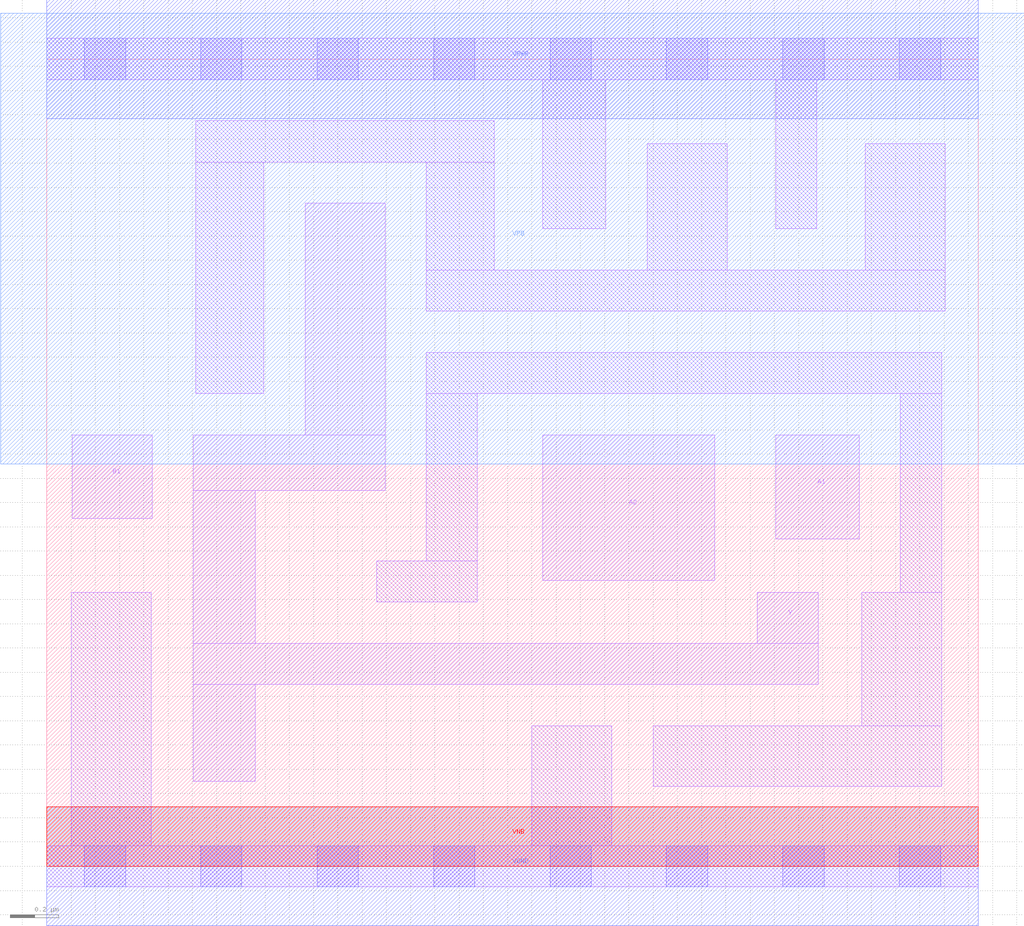
<source format=lef>
# Copyright 2020 The SkyWater PDK Authors
#
# Licensed under the Apache License, Version 2.0 (the "License");
# you may not use this file except in compliance with the License.
# You may obtain a copy of the License at
#
#     https://www.apache.org/licenses/LICENSE-2.0
#
# Unless required by applicable law or agreed to in writing, software
# distributed under the License is distributed on an "AS IS" BASIS,
# WITHOUT WARRANTIES OR CONDITIONS OF ANY KIND, either express or implied.
# See the License for the specific language governing permissions and
# limitations under the License.
#
# SPDX-License-Identifier: Apache-2.0

VERSION 5.7 ;
  NOWIREEXTENSIONATPIN ON ;
  DIVIDERCHAR "/" ;
  BUSBITCHARS "[]" ;
MACRO sky130_fd_sc_ms__a21oi_2
  CLASS CORE ;
  FOREIGN sky130_fd_sc_ms__a21oi_2 ;
  ORIGIN  0.000000  0.000000 ;
  SIZE  3.840000 BY  3.330000 ;
  SYMMETRY X Y ;
  SITE unit ;
  PIN A1
    ANTENNAGATEAREA  0.625200 ;
    DIRECTION INPUT ;
    USE SIGNAL ;
    PORT
      LAYER li1 ;
        RECT 3.005000 1.350000 3.350000 1.780000 ;
    END
  END A1
  PIN A2
    ANTENNAGATEAREA  0.625200 ;
    DIRECTION INPUT ;
    USE SIGNAL ;
    PORT
      LAYER li1 ;
        RECT 2.045000 1.180000 2.755000 1.780000 ;
    END
  END A2
  PIN B1
    ANTENNAGATEAREA  0.514200 ;
    DIRECTION INPUT ;
    USE SIGNAL ;
    PORT
      LAYER li1 ;
        RECT 0.105000 1.435000 0.435000 1.780000 ;
    END
  END B1
  PIN Y
    ANTENNADIFFAREA  0.705700 ;
    DIRECTION OUTPUT ;
    USE SIGNAL ;
    PORT
      LAYER li1 ;
        RECT 0.605000 0.350000 0.860000 0.750000 ;
        RECT 0.605000 0.750000 3.180000 0.920000 ;
        RECT 0.605000 0.920000 0.860000 1.550000 ;
        RECT 0.605000 1.550000 1.395000 1.780000 ;
        RECT 1.065000 1.780000 1.395000 2.735000 ;
        RECT 2.930000 0.920000 3.180000 1.130000 ;
    END
  END Y
  PIN VGND
    DIRECTION INOUT ;
    USE GROUND ;
    PORT
      LAYER met1 ;
        RECT 0.000000 -0.245000 3.840000 0.245000 ;
    END
  END VGND
  PIN VNB
    DIRECTION INOUT ;
    USE GROUND ;
    PORT
      LAYER pwell ;
        RECT 0.000000 0.000000 3.840000 0.245000 ;
    END
  END VNB
  PIN VPB
    DIRECTION INOUT ;
    USE POWER ;
    PORT
      LAYER nwell ;
        RECT -0.190000 1.660000 4.030000 3.520000 ;
    END
  END VPB
  PIN VPWR
    DIRECTION INOUT ;
    USE POWER ;
    PORT
      LAYER met1 ;
        RECT 0.000000 3.085000 3.840000 3.575000 ;
    END
  END VPWR
  OBS
    LAYER li1 ;
      RECT 0.000000 -0.085000 3.840000 0.085000 ;
      RECT 0.000000  3.245000 3.840000 3.415000 ;
      RECT 0.100000  0.085000 0.430000 1.130000 ;
      RECT 0.615000  1.950000 0.895000 2.905000 ;
      RECT 0.615000  2.905000 1.845000 3.075000 ;
      RECT 1.360000  1.090000 1.775000 1.260000 ;
      RECT 1.565000  1.260000 1.775000 1.950000 ;
      RECT 1.565000  1.950000 3.690000 2.120000 ;
      RECT 1.565000  2.290000 3.705000 2.460000 ;
      RECT 1.565000  2.460000 1.845000 2.905000 ;
      RECT 2.000000  0.085000 2.330000 0.580000 ;
      RECT 2.045000  2.630000 2.305000 3.245000 ;
      RECT 2.475000  2.460000 2.805000 2.980000 ;
      RECT 2.500000  0.330000 3.690000 0.580000 ;
      RECT 3.005000  2.630000 3.175000 3.245000 ;
      RECT 3.360000  0.580000 3.690000 1.130000 ;
      RECT 3.375000  2.460000 3.705000 2.980000 ;
      RECT 3.520000  1.130000 3.690000 1.950000 ;
    LAYER mcon ;
      RECT 0.155000 -0.085000 0.325000 0.085000 ;
      RECT 0.155000  3.245000 0.325000 3.415000 ;
      RECT 0.635000 -0.085000 0.805000 0.085000 ;
      RECT 0.635000  3.245000 0.805000 3.415000 ;
      RECT 1.115000 -0.085000 1.285000 0.085000 ;
      RECT 1.115000  3.245000 1.285000 3.415000 ;
      RECT 1.595000 -0.085000 1.765000 0.085000 ;
      RECT 1.595000  3.245000 1.765000 3.415000 ;
      RECT 2.075000 -0.085000 2.245000 0.085000 ;
      RECT 2.075000  3.245000 2.245000 3.415000 ;
      RECT 2.555000 -0.085000 2.725000 0.085000 ;
      RECT 2.555000  3.245000 2.725000 3.415000 ;
      RECT 3.035000 -0.085000 3.205000 0.085000 ;
      RECT 3.035000  3.245000 3.205000 3.415000 ;
      RECT 3.515000 -0.085000 3.685000 0.085000 ;
      RECT 3.515000  3.245000 3.685000 3.415000 ;
  END
END sky130_fd_sc_ms__a21oi_2
END LIBRARY

</source>
